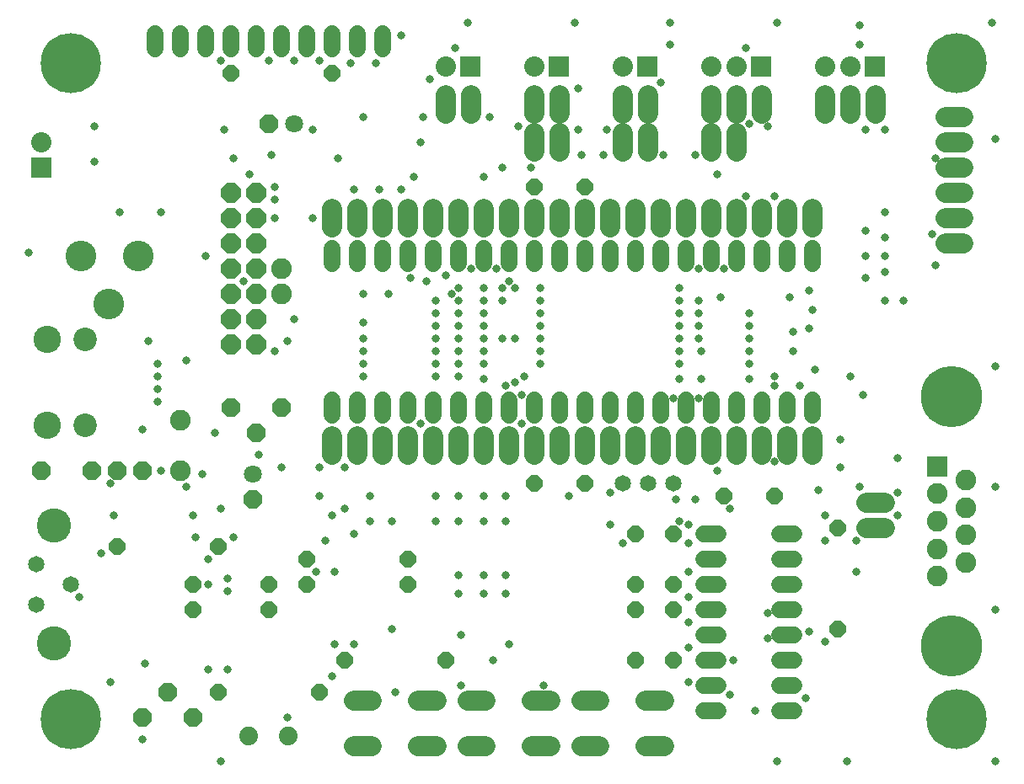
<source format=gbs>
G04 EAGLE Gerber RS-274X export*
G75*
%MOMM*%
%FSLAX34Y34*%
%LPD*%
%INSoldermask Bottom*%
%IPPOS*%
%AMOC8*
5,1,8,0,0,1.08239X$1,22.5*%
G01*
%ADD10P,1.803519X8X202.500000*%
%ADD11P,1.803519X8X112.500000*%
%ADD12P,1.951982X8X292.500000*%
%ADD13C,1.803400*%
%ADD14P,1.803519X8X22.500000*%
%ADD15P,1.951982X8X202.500000*%
%ADD16C,3.083200*%
%ADD17R,2.032000X2.032000*%
%ADD18C,2.032000*%
%ADD19C,2.363200*%
%ADD20C,2.743200*%
%ADD21C,2.082800*%
%ADD22C,6.045200*%
%ADD23C,1.666238*%
%ADD24C,2.032000*%
%ADD25P,2.199416X8X112.500000*%
%ADD26P,1.803519X8X292.500000*%
%ADD27P,2.034460X8X202.500000*%
%ADD28P,2.034460X8X22.500000*%
%ADD29C,1.879600*%
%ADD30C,1.643200*%
%ADD31C,3.443200*%
%ADD32P,1.973413X8X22.500000*%
%ADD33R,2.082800X2.082800*%
%ADD34C,6.146800*%
%ADD35C,0.812800*%


D10*
X571500Y292100D03*
X520700Y292100D03*
D11*
X660400Y190500D03*
X660400Y241300D03*
X660400Y114300D03*
X660400Y165100D03*
D12*
X238125Y276225D03*
D13*
X238125Y301625D03*
D11*
X622300Y114300D03*
X622300Y165100D03*
D10*
X762000Y279400D03*
X711200Y279400D03*
D11*
X622300Y190500D03*
X622300Y241300D03*
D14*
X520700Y590550D03*
X571500Y590550D03*
D15*
X254000Y654050D03*
D13*
X279400Y654050D03*
D16*
X123300Y520700D03*
X65300Y520700D03*
X93300Y472700D03*
D17*
X25400Y609800D03*
D18*
X25400Y634800D03*
D17*
X457000Y711200D03*
D18*
X432000Y711200D03*
D17*
X545900Y711200D03*
D18*
X520900Y711200D03*
D17*
X748900Y711200D03*
D18*
X723900Y711200D03*
X698900Y711200D03*
D17*
X863200Y711200D03*
D18*
X838200Y711200D03*
X813200Y711200D03*
D17*
X634800Y711200D03*
D18*
X609800Y711200D03*
D19*
X69850Y436900D03*
X69850Y350500D03*
D20*
X31850Y436900D03*
X31850Y350500D03*
D21*
X165100Y355600D03*
X165100Y304800D03*
D22*
X945000Y715000D03*
X945000Y55000D03*
X55000Y715000D03*
X55000Y55000D03*
D23*
X317500Y360985D02*
X317500Y375615D01*
X342900Y375615D02*
X342900Y360985D01*
X368300Y360985D02*
X368300Y375615D01*
X393700Y375615D02*
X393700Y360985D01*
X419100Y360985D02*
X419100Y375615D01*
X444500Y375615D02*
X444500Y360985D01*
X469900Y360985D02*
X469900Y375615D01*
X495300Y375615D02*
X495300Y360985D01*
X520700Y360985D02*
X520700Y375615D01*
X546100Y375615D02*
X546100Y360985D01*
X571500Y360985D02*
X571500Y375615D01*
X596900Y375615D02*
X596900Y360985D01*
X622300Y360985D02*
X622300Y375615D01*
X647700Y375615D02*
X647700Y360985D01*
X673100Y360985D02*
X673100Y375615D01*
X698500Y375615D02*
X698500Y360985D01*
X723900Y360985D02*
X723900Y375615D01*
X749300Y375615D02*
X749300Y360985D01*
X774700Y360985D02*
X774700Y375615D01*
X800100Y375615D02*
X800100Y360985D01*
X800100Y513385D02*
X800100Y528015D01*
X774700Y528015D02*
X774700Y513385D01*
X749300Y513385D02*
X749300Y528015D01*
X723900Y528015D02*
X723900Y513385D01*
X698500Y513385D02*
X698500Y528015D01*
X673100Y528015D02*
X673100Y513385D01*
X647700Y513385D02*
X647700Y528015D01*
X622300Y528015D02*
X622300Y513385D01*
X596900Y513385D02*
X596900Y528015D01*
X571500Y528015D02*
X571500Y513385D01*
X546100Y513385D02*
X546100Y528015D01*
X520700Y528015D02*
X520700Y513385D01*
X495300Y513385D02*
X495300Y528015D01*
X469900Y528015D02*
X469900Y513385D01*
X444500Y513385D02*
X444500Y528015D01*
X419100Y528015D02*
X419100Y513385D01*
X393700Y513385D02*
X393700Y528015D01*
X368300Y528015D02*
X368300Y513385D01*
X342900Y513385D02*
X342900Y528015D01*
X317500Y528015D02*
X317500Y513385D01*
X139700Y729285D02*
X139700Y743915D01*
X165100Y743915D02*
X165100Y729285D01*
X190500Y729285D02*
X190500Y743915D01*
X215900Y743915D02*
X215900Y729285D01*
X241300Y729285D02*
X241300Y743915D01*
X266700Y743915D02*
X266700Y729285D01*
X292100Y729285D02*
X292100Y743915D01*
X317500Y743915D02*
X317500Y729285D01*
X342900Y729285D02*
X342900Y743915D01*
X368300Y743915D02*
X368300Y729285D01*
D24*
X317500Y339344D02*
X317500Y321056D01*
X342900Y321056D02*
X342900Y339344D01*
X368300Y339344D02*
X368300Y321056D01*
X393700Y321056D02*
X393700Y339344D01*
X419100Y339344D02*
X419100Y321056D01*
X444500Y321056D02*
X444500Y339344D01*
X469900Y339344D02*
X469900Y321056D01*
X495300Y321056D02*
X495300Y339344D01*
X520700Y339344D02*
X520700Y321056D01*
X546100Y321056D02*
X546100Y339344D01*
X571500Y339344D02*
X571500Y321056D01*
X596900Y321056D02*
X596900Y339344D01*
X622300Y339344D02*
X622300Y321056D01*
X647700Y321056D02*
X647700Y339344D01*
X673100Y339344D02*
X673100Y321056D01*
X698500Y321056D02*
X698500Y339344D01*
X723900Y339344D02*
X723900Y321056D01*
X749300Y321056D02*
X749300Y339344D01*
X774700Y339344D02*
X774700Y321056D01*
X800100Y321056D02*
X800100Y339344D01*
X863600Y663956D02*
X863600Y682244D01*
X838200Y682244D02*
X838200Y663956D01*
X812800Y663956D02*
X812800Y682244D01*
X520700Y644144D02*
X520700Y625856D01*
X546100Y625856D02*
X546100Y644144D01*
X698500Y644144D02*
X698500Y625856D01*
X723900Y625856D02*
X723900Y644144D01*
X609600Y644144D02*
X609600Y625856D01*
X635000Y625856D02*
X635000Y644144D01*
X933831Y660400D02*
X952119Y660400D01*
X952119Y635000D02*
X933831Y635000D01*
X933831Y609600D02*
X952119Y609600D01*
X952119Y584200D02*
X933831Y584200D01*
X933831Y558800D02*
X952119Y558800D01*
X952119Y533400D02*
X933831Y533400D01*
X317500Y549656D02*
X317500Y567944D01*
X342900Y567944D02*
X342900Y549656D01*
X368300Y549656D02*
X368300Y567944D01*
X393700Y567944D02*
X393700Y549656D01*
X419100Y549656D02*
X419100Y567944D01*
X444500Y567944D02*
X444500Y549656D01*
X469900Y549656D02*
X469900Y567944D01*
X495300Y567944D02*
X495300Y549656D01*
X520700Y549656D02*
X520700Y567944D01*
X546100Y567944D02*
X546100Y549656D01*
X571500Y549656D02*
X571500Y567944D01*
X596900Y567944D02*
X596900Y549656D01*
X622300Y549656D02*
X622300Y567944D01*
X647700Y567944D02*
X647700Y549656D01*
X673100Y549656D02*
X673100Y567944D01*
X698500Y567944D02*
X698500Y549656D01*
X723900Y549656D02*
X723900Y567944D01*
X749300Y567944D02*
X749300Y549656D01*
X774700Y549656D02*
X774700Y567944D01*
X800100Y567944D02*
X800100Y549656D01*
X854456Y273050D02*
X872744Y273050D01*
X872744Y247650D02*
X854456Y247650D01*
X457200Y663956D02*
X457200Y682244D01*
X431800Y682244D02*
X431800Y663956D01*
X546100Y663956D02*
X546100Y682244D01*
X520700Y682244D02*
X520700Y663956D01*
X635000Y663956D02*
X635000Y682244D01*
X609600Y682244D02*
X609600Y663956D01*
D25*
X241300Y431800D03*
X215900Y431800D03*
X241300Y457200D03*
X215900Y457200D03*
X241300Y482600D03*
X215900Y482600D03*
X241300Y508000D03*
X215900Y508000D03*
X241300Y533400D03*
X215900Y533400D03*
X241300Y558800D03*
X215900Y558800D03*
X241300Y584200D03*
X215900Y584200D03*
D24*
X749300Y663956D02*
X749300Y682244D01*
X723900Y682244D02*
X723900Y663956D01*
X698500Y663956D02*
X698500Y682244D01*
D21*
X266700Y508000D03*
X266700Y482600D03*
D26*
X177800Y190500D03*
X177800Y165100D03*
X254000Y190500D03*
X254000Y165100D03*
D10*
X393700Y190500D03*
X292100Y190500D03*
D14*
X215900Y704850D03*
X317500Y704850D03*
D10*
X393700Y215900D03*
X292100Y215900D03*
D27*
X215900Y368300D03*
X266700Y368300D03*
X241300Y342900D03*
D14*
X101600Y228600D03*
X203200Y228600D03*
D26*
X825500Y247650D03*
X825500Y146050D03*
D10*
X304800Y82550D03*
X203200Y82550D03*
D28*
X177800Y57150D03*
X127000Y57150D03*
X152400Y82550D03*
D29*
X234000Y38100D03*
X274000Y38100D03*
D24*
X339344Y73406D02*
X357632Y73406D01*
X357632Y28194D02*
X339344Y28194D01*
X404368Y73406D02*
X422656Y73406D01*
X422656Y28194D02*
X404368Y28194D01*
X567944Y73406D02*
X586232Y73406D01*
X586232Y28194D02*
X567944Y28194D01*
X632968Y73406D02*
X651256Y73406D01*
X651256Y28194D02*
X632968Y28194D01*
X471932Y73406D02*
X453644Y73406D01*
X453644Y28194D02*
X471932Y28194D01*
X518668Y73406D02*
X536956Y73406D01*
X536956Y28194D02*
X518668Y28194D01*
D30*
X20600Y210500D03*
X20600Y170500D03*
X55600Y190500D03*
D31*
X38100Y131000D03*
X38100Y250000D03*
D32*
X76200Y304800D03*
X101600Y304800D03*
X127000Y304800D03*
X25400Y304800D03*
D30*
X609600Y292100D03*
X635000Y292100D03*
X660400Y292100D03*
D23*
X691185Y241300D02*
X705815Y241300D01*
X705815Y215900D02*
X691185Y215900D01*
X691185Y190500D02*
X705815Y190500D01*
X705815Y165100D02*
X691185Y165100D01*
X691185Y139700D02*
X705815Y139700D01*
X705815Y114300D02*
X691185Y114300D01*
X691185Y88900D02*
X705815Y88900D01*
X705815Y63500D02*
X691185Y63500D01*
X767385Y63500D02*
X782015Y63500D01*
X782015Y88900D02*
X767385Y88900D01*
X767385Y114300D02*
X782015Y114300D01*
X782015Y139700D02*
X767385Y139700D01*
X767385Y165100D02*
X782015Y165100D01*
X782015Y190500D02*
X767385Y190500D01*
X767385Y215900D02*
X782015Y215900D01*
X782015Y241300D02*
X767385Y241300D01*
D33*
X925600Y309400D03*
D21*
X925600Y281700D03*
X925600Y254000D03*
X925600Y226300D03*
X925600Y198600D03*
X954000Y295500D03*
X954000Y267800D03*
X954000Y240200D03*
X954000Y212500D03*
D34*
X939800Y379000D03*
X939800Y129000D03*
D14*
X330200Y114300D03*
X431800Y114300D03*
D35*
X142875Y412750D03*
X142875Y400050D03*
X142875Y387350D03*
X142875Y374650D03*
X171450Y415925D03*
X206375Y717550D03*
X254000Y717550D03*
X257175Y622300D03*
X219075Y619125D03*
X190500Y520700D03*
X260350Y558800D03*
X298450Y558800D03*
X260350Y590550D03*
X260350Y577850D03*
X234950Y603250D03*
X323850Y619125D03*
X298450Y647700D03*
X304800Y717550D03*
X279400Y717550D03*
X336550Y714375D03*
X361950Y714375D03*
X349250Y660400D03*
X409575Y660400D03*
X415925Y698500D03*
X387350Y742950D03*
X441325Y730250D03*
X454025Y755650D03*
X476250Y660400D03*
X406400Y635000D03*
X504825Y650875D03*
X469900Y600075D03*
X400050Y600075D03*
X488950Y609600D03*
X365125Y587375D03*
X339725Y587375D03*
X387350Y587375D03*
X349250Y482600D03*
X349250Y454025D03*
X349250Y438150D03*
X349250Y425450D03*
X349250Y412750D03*
X349250Y400050D03*
X444500Y412750D03*
X444500Y400050D03*
X444500Y425450D03*
X444500Y438150D03*
X444500Y450850D03*
X444500Y463550D03*
X444500Y476250D03*
X444500Y488950D03*
X374650Y482600D03*
X396875Y498475D03*
X431800Y501650D03*
X457200Y508000D03*
X482600Y508000D03*
X469900Y488950D03*
X469900Y476250D03*
X469900Y463550D03*
X469900Y450850D03*
X469900Y438150D03*
X488950Y438150D03*
X488950Y476250D03*
X488950Y488950D03*
X501650Y488950D03*
X501650Y438150D03*
X511175Y400050D03*
X492125Y390525D03*
X469900Y396875D03*
X469900Y412750D03*
X469900Y425450D03*
X422275Y400050D03*
X422275Y412750D03*
X422275Y425450D03*
X422275Y438150D03*
X422275Y450850D03*
X422275Y463550D03*
X422275Y476250D03*
X527050Y412750D03*
X527050Y425450D03*
X527050Y438150D03*
X527050Y450850D03*
X527050Y463550D03*
X527050Y476250D03*
X527050Y488950D03*
X666750Y488950D03*
X666750Y476250D03*
X666750Y463550D03*
X666750Y450850D03*
X666750Y438150D03*
X666750Y425450D03*
X666750Y412750D03*
X666750Y396875D03*
X508000Y381000D03*
X660400Y377825D03*
X555625Y279400D03*
X492125Y279400D03*
X469900Y279400D03*
X444500Y279400D03*
X444500Y254000D03*
X469900Y254000D03*
X492125Y254000D03*
X492125Y200025D03*
X469900Y200025D03*
X444500Y200025D03*
X422275Y254000D03*
X422275Y279400D03*
X355600Y279400D03*
X355600Y254000D03*
X377825Y254000D03*
X377825Y146050D03*
X339725Y130175D03*
X381000Y82550D03*
X447675Y88900D03*
X469900Y180975D03*
X492125Y180975D03*
X444500Y180975D03*
X530225Y88900D03*
X676275Y152400D03*
X676275Y177800D03*
X676275Y203200D03*
X676275Y231775D03*
X676275Y127000D03*
X676275Y92075D03*
X717550Y79375D03*
X755650Y161925D03*
X755650Y136525D03*
X796925Y142875D03*
X793750Y76200D03*
X844550Y203200D03*
X844550Y234950D03*
X812800Y234950D03*
X812800Y260350D03*
X717550Y266700D03*
X676275Y250825D03*
X663575Y276225D03*
X682625Y276225D03*
X704850Y304800D03*
X762000Y314325D03*
X828675Y336550D03*
X806450Y285750D03*
X828675Y307975D03*
X850900Y381000D03*
X838200Y400050D03*
X787400Y390525D03*
X762000Y390525D03*
X736600Y396875D03*
X736600Y412750D03*
X736600Y425450D03*
X736600Y438150D03*
X736600Y450850D03*
X736600Y463550D03*
X708025Y479425D03*
X777875Y479425D03*
X796925Y485775D03*
X796925Y447675D03*
X781050Y425450D03*
X803275Y406400D03*
X854075Y498475D03*
X873125Y504825D03*
X873125Y476250D03*
X892175Y476250D03*
X923925Y511175D03*
X873125Y539750D03*
X923925Y619125D03*
X800100Y466725D03*
X736600Y654050D03*
X733425Y730250D03*
X847725Y733425D03*
X854075Y647700D03*
X755650Y650875D03*
X762000Y581025D03*
X733425Y581025D03*
X650875Y622300D03*
X682625Y622300D03*
X647700Y695325D03*
X657225Y733425D03*
X657225Y755650D03*
X765175Y755650D03*
X847725Y752475D03*
X561975Y755650D03*
X565150Y688975D03*
X565150Y647700D03*
X593725Y647700D03*
X517525Y609600D03*
X568325Y622300D03*
X590550Y622300D03*
X704850Y603250D03*
X711200Y508000D03*
X685800Y508000D03*
X685800Y476250D03*
X685800Y463550D03*
X685800Y450850D03*
X685800Y438150D03*
X688975Y425450D03*
X984250Y409575D03*
X984250Y165100D03*
X984250Y12700D03*
X835025Y12700D03*
X765175Y12700D03*
X873125Y647700D03*
X981075Y755650D03*
X984250Y638175D03*
X873125Y565150D03*
X854075Y546100D03*
X854075Y520700D03*
X984250Y288925D03*
X206375Y12700D03*
X127000Y34925D03*
X317500Y98425D03*
X212725Y184150D03*
X193675Y190500D03*
X63500Y177800D03*
X130175Y111125D03*
X95250Y92075D03*
X177800Y260350D03*
X206375Y266700D03*
X219075Y238125D03*
X180975Y238125D03*
X212725Y196850D03*
X193675Y215900D03*
X171450Y288925D03*
X187325Y301625D03*
X146050Y304800D03*
X95250Y292100D03*
X200025Y342900D03*
X244475Y320675D03*
X266700Y307975D03*
X304800Y279400D03*
X304800Y307975D03*
X330200Y307975D03*
X330200Y266700D03*
X311150Y234950D03*
X212725Y104775D03*
X339725Y241300D03*
X146050Y565150D03*
X104775Y565150D03*
X79375Y615950D03*
X79375Y650875D03*
X12700Y523875D03*
X209550Y647700D03*
X133350Y434975D03*
X279400Y457200D03*
X273050Y434975D03*
X260350Y425450D03*
X228600Y495300D03*
X609600Y231775D03*
X596900Y250825D03*
X596900Y282575D03*
X508000Y352425D03*
X406400Y352425D03*
X495300Y130175D03*
X479425Y114300D03*
X447675Y139700D03*
X320675Y130175D03*
X273050Y57150D03*
X193675Y104775D03*
X85725Y222250D03*
X98425Y260350D03*
X127000Y346075D03*
X885825Y260350D03*
X885825Y282575D03*
X885825Y317500D03*
X720725Y114300D03*
X742950Y63500D03*
X685800Y377825D03*
X873125Y520700D03*
X301625Y203200D03*
X320675Y203200D03*
X920750Y542925D03*
X847725Y288925D03*
X317500Y260350D03*
X762000Y400050D03*
X438150Y482600D03*
X666750Y254000D03*
X781050Y444500D03*
X812800Y133350D03*
X501650Y393700D03*
X495300Y495300D03*
X412750Y495300D03*
X688975Y396875D03*
M02*

</source>
